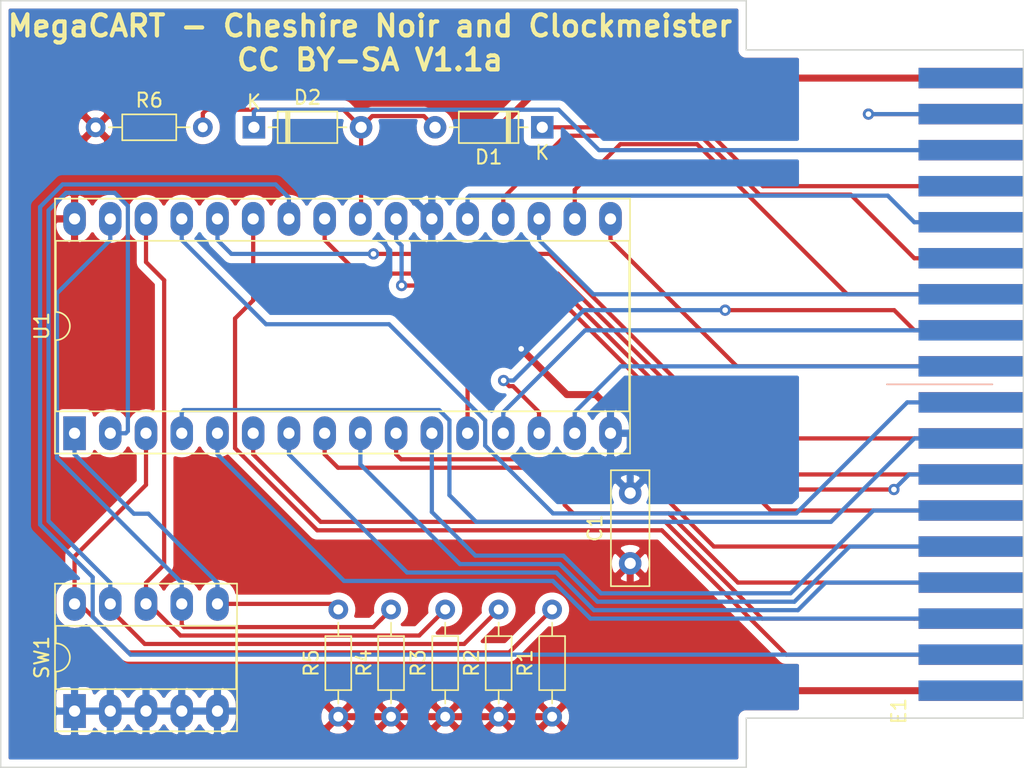
<source format=kicad_pcb>
(kicad_pcb (version 20211014) (generator pcbnew)
  (layers (0 "F.Cu" signal) (31 "B.Cu" signal) (34 "B.Paste" user) (35 "F.Paste" user) (36 "B.SilkS" user "B.Silkscreen") (37 "F.SilkS" user "F.Silkscreen") (38 "B.Mask" user) (39 "F.Mask" user) (44 "Edge.Cuts" user))
  (net 0 "")
  (net 1 "GND")
  (net 2 "+5V")
  (net 3 "Net-(D1-Pad2)")
  (net 4 "Net-(D1-Pad1)")
  (net 5 "Net-(D2-Pad1)")
  (net 6 "Net-(E1-Pad20)")
  (net 7 "Net-(E1-Pad26)")
  (net 8 "Net-(E1-Pad14)")
  (net 9 "Net-(E1-Pad2)")
  (net 10 "Net-(E1-Pad6)")
  (net 11 "Net-(E1-Pad12)")
  (net 12 "Net-(E1-Pad18)")
  (net 13 "Net-(E1-Pad24)")
  (net 14 "Net-(E1-Pad8)")
  (net 15 "Net-(E1-Pad30)")
  (net 16 "Net-(E1-Pad36)")
  (net 17 "Net-(E1-Pad28)")
  (net 18 "Net-(E1-Pad33)")
  (net 19 "Net-(E1-Pad16)")
  (net 20 "Net-(E1-Pad10)")
  (net 21 "Net-(E1-Pad4)")
  (net 22 "Net-(E1-Pad22)")
  (net 23 "Net-(E1-Pad31)")
  (net 24 "Net-(E1-Pad27)")
  (net 25 "Net-(E1-Pad25)")
  (net 26 "Net-(E1-Pad23)")
  (net 27 "Net-(E1-Pad21)")
  (net 28 "Net-(E1-Pad19)")
  (net 29 "Net-(E1-Pad17)")
  (net 30 "Net-(E1-Pad15)")
  (net 31 "Net-(E1-Pad13)")
  (net 32 "Net-(E1-Pad11)")
  (net 33 "Net-(E1-Pad9)")
  (net 34 "Net-(E1-Pad7)")
  (net 35 "Net-(E1-Pad5)")
  (net 36 "Net-(E1-Pad3)")
  (net 37 "Net-(R1-Pad2)")
  (net 38 "Net-(R2-Pad2)")
  (net 39 "Net-(R3-Pad2)")
  (net 40 "Net-(R4-Pad2)")
  (net 41 "Net-(R5-Pad2)")
  (footprint "Diode_THT:D_DO-35_SOD27_P7.62mm_Horizontal" (layer "F.Cu") (at 115.5 80.5)
    (fp_text reference "D2" (at 3.81 -2.12) (layer "F.SilkS"))
    (fp_text value "1N4148")
    (fp_text user "K" (at 0 -1.8) (layer "F.SilkS"))
    (fp_line (start 2.41 -1.12) (end 2.41 1.12) (layer "F.SilkS") (width 0.12))
    (fp_line (start 5.93 1.12) (end 5.93 -1.12) (layer "F.SilkS") (width 0.12))
    (fp_line (start 5.93 -1.12) (end 1.69 -1.12) (layer "F.SilkS") (width 0.12))
    (fp_line (start 1.69 1.12) (end 5.93 1.12) (layer "F.SilkS") (width 0.12))
    (fp_line (start 1.04 0) (end 1.69 0) (layer "F.SilkS") (width 0.12))
    (fp_line (start 6.58 0) (end 5.93 0) (layer "F.SilkS") (width 0.12))
    (fp_line (start 2.53 -1.12) (end 2.53 1.12) (layer "F.SilkS") (width 0.12))
    (fp_line (start 2.29 -1.12) (end 2.29 1.12) (layer "F.SilkS") (width 0.12))
    (fp_line (start 1.69 -1.12) (end 1.69 1.12) (layer "F.SilkS") (width 0.12))
    (pad "1" thru_hole rect locked (at 0 0) (size 1.6 1.6) (drill 0.8) (layers *.Cu *.Mask) (net 5 "Net-(D2-Pad1)"))
    (pad "2" thru_hole oval locked (at 7.62 0) (size 1.6 1.6) (drill 0.8) (layers *.Cu *.Mask) (net 3 "Net-(D1-Pad2)"))
  )
  (footprint "WizzardCart:36Edge" (layer "F.Cu") (at 160.5 120.55 90)
    (fp_text reference "E1" (at -1.45 0.85 90) (layer "F.SilkS"))
    (fp_text value "36Edge")
    (pad "1" connect rect locked (at 0 6 90) (size 1.45 7.5) (layers "F.Cu" "F.Mask") (net 2 "+5V"))
    (pad "2" connect rect locked (at 0 6 90) (size 1.45 7.5) (layers "B.Cu" "B.Mask") (net 9 "Net-(E1-Pad2)"))
    (pad "3" connect rect locked (at 2.561764 6 90) (size 1.45 7.5) (layers "F.Cu" "F.Mask") (net 36 "Net-(E1-Pad3)"))
    (pad "4" connect rect locked (at 2.561764 6 90) (size 1.45 7.5) (layers "B.Cu" "B.Mask") (net 21 "Net-(E1-Pad4)"))
    (pad "5" connect rect locked (at 5.123528 6 90) (size 1.45 7.5) (layers "F.Cu" "F.Mask") (net 35 "Net-(E1-Pad5)"))
    (pad "6" connect rect locked (at 5.123528 6 90) (size 1.45 7.5) (layers "B.Cu" "B.Mask") (net 10 "Net-(E1-Pad6)"))
    (pad "7" connect rect locked (at 7.685292 6 90) (size 1.45 7.5) (layers "F.Cu" "F.Mask") (net 34 "Net-(E1-Pad7)"))
    (pad "8" connect rect locked (at 7.685292 6 90) (size 1.45 7.5) (layers "B.Cu" "B.Mask") (net 14 "Net-(E1-Pad8)"))
    (pad "9" connect rect locked (at 10.247056 6 90) (size 1.45 7.5) (layers "F.Cu" "F.Mask") (net 33 "Net-(E1-Pad9)"))
    (pad "10" connect rect locked (at 10.247056 6 90) (size 1.45 7.5) (layers "B.Cu" "B.Mask") (net 20 "Net-(E1-Pad10)"))
    (pad "11" connect rect locked (at 12.80882 6 90) (size 1.45 7.5) (layers "F.Cu" "F.Mask") (net 32 "Net-(E1-Pad11)"))
    (pad "12" connect rect locked (at 12.80882 6 90) (size 1.45 7.5) (layers "B.Cu" "B.Mask") (net 11 "Net-(E1-Pad12)"))
    (pad "13" connect rect locked (at 15.370584 6 90) (size 1.45 7.5) (layers "F.Cu" "F.Mask") (net 31 "Net-(E1-Pad13)"))
    (pad "14" connect rect locked (at 15.370584 6 90) (size 1.45 7.5) (layers "B.Cu" "B.Mask") (net 8 "Net-(E1-Pad14)"))
    (pad "15" connect rect locked (at 17.932348 6 90) (size 1.45 7.5) (layers "F.Cu" "F.Mask") (net 30 "Net-(E1-Pad15)"))
    (pad "16" connect rect locked (at 17.932348 6 90) (size 1.45 7.5) (layers "B.Cu" "B.Mask") (net 19 "Net-(E1-Pad16)"))
    (pad "17" connect rect locked (at 20.494112 6 90) (size 1.45 7.5) (layers "F.Cu" "F.Mask") (net 29 "Net-(E1-Pad17)"))
    (pad "18" connect rect locked (at 20.494112 6 90) (size 1.45 7.5) (layers "B.Cu" "B.Mask") (net 12 "Net-(E1-Pad18)"))
    (pad "19" connect rect locked (at 23.055876 6 90) (size 1.45 7.5) (layers "F.Cu" "F.Mask") (net 28 "Net-(E1-Pad19)"))
    (pad "20" connect rect locked (at 23.055876 6 90) (size 1.45 7.5) (layers "B.Cu" "B.Mask") (net 6 "Net-(E1-Pad20)"))
    (pad "21" connect rect locked (at 25.61764 6 90) (size 1.45 7.5) (layers "F.Cu" "F.Mask") (net 27 "Net-(E1-Pad21)"))
    (pad "22" connect rect locked (at 25.61764 6 90) (size 1.45 7.5) (layers "B.Cu" "B.Mask") (net 22 "Net-(E1-Pad22)"))
    (pad "23" connect rect locked (at 28.179404 6 90) (size 1.45 7.5) (layers "F.Cu" "F.Mask") (net 26 "Net-(E1-Pad23)"))
    (pad "24" connect rect locked (at 28.179404 6 90) (size 1.45 7.5) (layers "B.Cu" "B.Mask") (net 13 "Net-(E1-Pad24)"))
    (pad "25" connect rect locked (at 30.741168 6 90) (size 1.45 7.5) (layers "F.Cu" "F.Mask") (net 25 "Net-(E1-Pad25)"))
    (pad "26" connect rect locked (at 30.741168 6 90) (size 1.45 7.5) (layers "B.Cu" "B.Mask") (net 7 "Net-(E1-Pad26)"))
    (pad "27" connect rect locked (at 33.302932 6 90) (size 1.45 7.5) (layers "F.Cu" "F.Mask") (net 24 "Net-(E1-Pad27)"))
    (pad "28" connect rect locked (at 33.302932 6 90) (size 1.45 7.5) (layers "B.Cu" "B.Mask") (net 17 "Net-(E1-Pad28)"))
    (pad "29" connect rect locked (at 35.864696 6 90) (size 1.45 7.5) (layers "F.Cu" "F.Mask") (net 4 "Net-(D1-Pad1)"))
    (pad "30" connect rect locked (at 35.864696 6 90) (size 1.45 7.5) (layers "B.Cu" "B.Mask") (net 15 "Net-(E1-Pad30)"))
    (pad "31" connect rect locked (at 38.42646 6 90) (size 1.45 7.5) (layers "F.Cu" "F.Mask") (net 23 "Net-(E1-Pad31)"))
    (pad "32" connect rect locked (at 38.42646 6 90) (size 1.45 7.5) (layers "B.Cu" "B.Mask") (net 5 "Net-(D2-Pad1)"))
    (pad "33" connect rect locked (at 40.988224 6 90) (size 1.45 7.5) (layers "F.Cu" "F.Mask") (net 18 "Net-(E1-Pad33)"))
    (pad "34" connect rect locked (at 40.988224 6 90) (size 1.45 7.5) (layers "B.Cu" "B.Mask") (net 18 "Net-(E1-Pad33)"))
    (pad "35" connect rect locked (at 43.55 6 90) (size 1.45 7.5) (layers "F.Cu" "F.Mask") (net 1 "GND"))
    (pad "36" connect rect locked (at 43.55 6 90) (size 1.45 7.5) (layers "B.Cu" "B.Mask") (net 16 "Net-(E1-Pad36)"))
  )
  (footprint "Resistor_THT:R_Axial_DIN0204_L3.6mm_D1.6mm_P7.62mm_Horizontal" (layer "F.Cu") (at 136.7 122.4 90)
    (fp_text reference "R1" (at 3.81 -1.92 90) (layer "F.SilkS"))
    (fp_text value "4.7k")
    (fp_line (start 6.68 0) (end 5.73 0) (layer "F.SilkS") (width 0.12))
    (fp_line (start 1.89 0.92) (end 5.73 0.92) (layer "F.SilkS") (width 0.12))
    (fp_line (start 1.89 -0.92) (end 1.89 0.92) (layer "F.SilkS") (width 0.12))
    (fp_line (start 5.73 -0.92) (end 1.89 -0.92) (layer "F.SilkS") (width 0.12))
    (fp_line (start 5.73 0.92) (end 5.73 -0.92) (layer "F.SilkS") (width 0.12))
    (fp_line (start 0.94 0) (end 1.89 0) (layer "F.SilkS") (width 0.12))
    (pad "1" thru_hole circle locked (at 0 0 90) (size 1.4 1.4) (drill 0.7) (layers *.Cu *.Mask) (net 2 "+5V"))
    (pad "2" thru_hole oval locked (at 7.62 0 90) (size 1.4 1.4) (drill 0.7) (layers *.Cu *.Mask) (net 37 "Net-(R1-Pad2)"))
  )
  (footprint "Resistor_THT:R_Axial_DIN0204_L3.6mm_D1.6mm_P7.62mm_Horizontal" (layer "F.Cu") (at 132.9 122.4 90)
    (fp_text reference "R2" (at 3.81 -1.92 90) (layer "F.SilkS"))
    (fp_text value "4.7k")
    (fp_line (start 5.73 0.92) (end 5.73 -0.92) (layer "F.SilkS") (width 0.12))
    (fp_line (start 1.89 0.92) (end 5.73 0.92) (layer "F.SilkS") (width 0.12))
    (fp_line (start 6.68 0) (end 5.73 0) (layer "F.SilkS") (width 0.12))
    (fp_line (start 0.94 0) (end 1.89 0) (layer "F.SilkS") (width 0.12))
    (fp_line (start 1.89 -0.92) (end 1.89 0.92) (layer "F.SilkS") (width 0.12))
    (fp_line (start 5.73 -0.92) (end 1.89 -0.92) (layer "F.SilkS") (width 0.12))
    (pad "1" thru_hole circle locked (at 0 0 90) (size 1.4 1.4) (drill 0.7) (layers *.Cu *.Mask) (net 2 "+5V"))
    (pad "2" thru_hole oval locked (at 7.62 0 90) (size 1.4 1.4) (drill 0.7) (layers *.Cu *.Mask) (net 38 "Net-(R2-Pad2)"))
  )
  (footprint "Resistor_THT:R_Axial_DIN0204_L3.6mm_D1.6mm_P7.62mm_Horizontal" (layer "F.Cu") (at 129.1 122.4 90)
    (fp_text reference "R3" (at 3.81 -1.92 90) (layer "F.SilkS"))
    (fp_text value "4.7k")
    (fp_line (start 5.73 0.92) (end 5.73 -0.92) (layer "F.SilkS") (width 0.12))
    (fp_line (start 1.89 -0.92) (end 1.89 0.92) (layer "F.SilkS") (width 0.12))
    (fp_line (start 1.89 0.92) (end 5.73 0.92) (layer "F.SilkS") (width 0.12))
    (fp_line (start 0.94 0) (end 1.89 0) (layer "F.SilkS") (width 0.12))
    (fp_line (start 6.68 0) (end 5.73 0) (layer "F.SilkS") (width 0.12))
    (fp_line (start 5.73 -0.92) (end 1.89 -0.92) (layer "F.SilkS") (width 0.12))
    (pad "1" thru_hole circle locked (at 0 0 90) (size 1.4 1.4) (drill 0.7) (layers *.Cu *.Mask) (net 2 "+5V"))
    (pad "2" thru_hole oval locked (at 7.62 0 90) (size 1.4 1.4) (drill 0.7) (layers *.Cu *.Mask) (net 39 "Net-(R3-Pad2)"))
  )
  (footprint "Resistor_THT:R_Axial_DIN0204_L3.6mm_D1.6mm_P7.62mm_Horizontal" (layer "F.Cu") (at 121.5 122.4 90)
    (fp_text reference "R5" (at 3.81 -1.92 90) (layer "F.SilkS"))
    (fp_text value "4.7k")
    (fp_line (start 1.89 -0.92) (end 1.89 0.92) (layer "F.SilkS") (width 0.12))
    (fp_line (start 5.73 0.92) (end 5.73 -0.92) (layer "F.SilkS") (width 0.12))
    (fp_line (start 1.89 0.92) (end 5.73 0.92) (layer "F.SilkS") (width 0.12))
    (fp_line (start 0.94 0) (end 1.89 0) (layer "F.SilkS") (width 0.12))
    (fp_line (start 6.68 0) (end 5.73 0) (layer "F.SilkS") (width 0.12))
    (fp_line (start 5.73 -0.92) (end 1.89 -0.92) (layer "F.SilkS") (width 0.12))
    (pad "1" thru_hole circle locked (at 0 0 90) (size 1.4 1.4) (drill 0.7) (layers *.Cu *.Mask) (net 2 "+5V"))
    (pad "2" thru_hole oval locked (at 7.62 0 90) (size 1.4 1.4) (drill 0.7) (layers *.Cu *.Mask) (net 41 "Net-(R5-Pad2)"))
  )
  (footprint "Package_DIP:DIP-32_W15.24mm_Socket_LongPads" (layer "F.Cu") (at 102.75 102.25 90)
    (fp_text reference "U1" (at 7.62 -2.33 270) (layer "F.SilkS"))
    (fp_text value "27C801")
    (fp_line (start 1.56 39.43) (end 13.68 39.43) (layer "F.SilkS") (width 0.12))
    (fp_line (start -1.44 -1.39) (end -1.44 39.49) (layer "F.SilkS") (width 0.12))
    (fp_line (start 16.68 -1.39) (end -1.44 -1.39) (layer "F.SilkS") (width 0.12))
    (fp_line (start 1.56 -1.33) (end 1.56 39.43) (layer "F.SilkS") (width 0.12))
    (fp_line (start 16.68 39.49) (end 16.68 -1.39) (layer "F.SilkS") (width 0.12))
    (fp_line (start 6.62 -1.33) (end 1.56 -1.33) (layer "F.SilkS") (width 0.12))
    (fp_line (start -1.44 39.49) (end 16.68 39.49) (layer "F.SilkS") (width 0.12))
    (fp_line (start 13.68 39.43) (end 13.68 -1.33) (layer "F.SilkS") (width 0.12))
    (fp_line (start 13.68 -1.33) (end 8.62 -1.33) (layer "F.SilkS") (width 0.12))
    (fp_arc (start 8.62 -1.33) (mid 7.62 -0.33) (end 6.62 -1.33) (layer "F.SilkS") (width 0.12))
    (pad "1" thru_hole rect locked (at 0 0 90) (size 2.4 1.6) (drill 0.8) (layers *.Cu *.Mask) (net 41 "Net-(R5-Pad2)"))
    (pad "2" thru_hole oval locked (at 0 2.54 90) (size 2.4 1.6) (drill 0.8) (layers *.Cu *.Mask) (net 38 "Net-(R2-Pad2)"))
    (pad "3" thru_hole oval locked (at 0 5.08 90) (size 2.4 1.6) (drill 0.8) (layers *.Cu *.Mask) (net 37 "Net-(R1-Pad2)"))
    (pad "4" thru_hole oval locked (at 0 7.62 90) (size 2.4 1.6) (drill 0.8) (layers *.Cu *.Mask) (net 19 "Net-(E1-Pad16)"))
    (pad "5" thru_hole oval locked (at 0 10.16 90) (size 2.4 1.6) (drill 0.8) (layers *.Cu *.Mask) (net 10 "Net-(E1-Pad6)"))
    (pad "6" thru_hole oval locked (at 0 12.7 90) (size 2.4 1.6) (drill 0.8) (layers *.Cu *.Mask) (net 35 "Net-(E1-Pad5)"))
    (pad "7" thru_hole oval locked (at 0 15.24 90) (size 2.4 1.6) (drill 0.8) (layers *.Cu *.Mask) (net 14 "Net-(E1-Pad8)"))
    (pad "8" thru_hole oval locked (at 0 17.78 90) (size 2.4 1.6) (drill 0.8) (layers *.Cu *.Mask) (net 34 "Net-(E1-Pad7)"))
    (pad "9" thru_hole oval locked (at 0 20.32 90) (size 2.4 1.6) (drill 0.8) (layers *.Cu *.Mask) (net 20 "Net-(E1-Pad10)"))
    (pad "10" thru_hole oval locked (at 0 22.86 90) (size 2.4 1.6) (drill 0.8) (layers *.Cu *.Mask) (net 33 "Net-(E1-Pad9)"))
    (pad "11" thru_hole oval locked (at 0 25.4 90) (size 2.4 1.6) (drill 0.8) (layers *.Cu *.Mask) (net 11 "Net-(E1-Pad12)"))
    (pad "12" thru_hole oval locked (at 0 27.94 90) (size 2.4 1.6) (drill 0.8) (layers *.Cu *.Mask) (net 32 "Net-(E1-Pad11)"))
    (pad "13" thru_hole oval locked (at 0 30.48 90) (size 2.4 1.6) (drill 0.8) (layers *.Cu *.Mask) (net 22 "Net-(E1-Pad22)"))
    (pad "14" thru_hole oval locked (at 0 33.02 90) (size 2.4 1.6) (drill 0.8) (layers *.Cu *.Mask) (net 27 "Net-(E1-Pad21)"))
    (pad "15" thru_hole oval locked (at 0 35.56 90) (size 2.4 1.6) (drill 0.8) (layers *.Cu *.Mask) (net 6 "Net-(E1-Pad20)"))
    (pad "16" thru_hole oval locked (at 0 38.1 90) (size 2.4 1.6) (drill 0.8) (layers *.Cu *.Mask) (net 1 "GND"))
    (pad "17" thru_hole oval locked (at 15.24 38.1 90) (size 2.4 1.6) (drill 0.8) (layers *.Cu *.Mask) (net 28 "Net-(E1-Pad19)"))
    (pad "18" thru_hole oval locked (at 15.24 35.56 90) (size 2.4 1.6) (drill 0.8) (layers *.Cu *.Mask) (net 26 "Net-(E1-Pad23)"))
    (pad "19" thru_hole oval locked (at 15.24 33.02 90) (size 2.4 1.6) (drill 0.8) (layers *.Cu *.Mask) (net 13 "Net-(E1-Pad24)"))
    (pad "20" thru_hole oval locked (at 15.24 30.48 90) (size 2.4 1.6) (drill 0.8) (layers *.Cu *.Mask) (net 25 "Net-(E1-Pad25)"))
    (pad "21" thru_hole oval locked (at 15.24 27.94 90) (size 2.4 1.6) (drill 0.8) (layers *.Cu *.Mask) (net 17 "Net-(E1-Pad28)"))
    (pad "22" thru_hole oval locked (at 15.24 25.4 90) (size 2.4 1.6) (drill 0.8) (layers *.Cu *.Mask) (net 1 "GND"))
    (pad "23" thru_hole oval locked (at 15.24 22.86 90) (size 2.4 1.6) (drill 0.8) (layers *.Cu *.Mask) (net 8 "Net-(E1-Pad14)"))
    (pad "24" thru_hole oval locked (at 15.24 20.32 90) (size 2.4 1.6) (drill 0.8) (layers *.Cu *.Mask) (net 3 "Net-(D1-Pad2)"))
    (pad "25" thru_hole oval locked (at 15.24 17.78 90) (size 2.4 1.6) (drill 0.8) (layers *.Cu *.Mask) (net 31 "Net-(E1-Pad13)"))
    (pad "26" thru_hole oval locked (at 15.24 15.24 90) (size 2.4 1.6) (drill 0.8) (layers *.Cu *.Mask) (net 21 "Net-(E1-Pad4)"))
    (pad "27" thru_hole oval locked (at 15.24 12.7 90) (size 2.4 1.6) (drill 0.8) (layers *.Cu *.Mask) (net 36 "Net-(E1-Pad3)"))
    (pad "28" thru_hole oval locked (at 15.24 10.16 90) (size 2.4 1.6) (drill 0.8) (layers *.Cu *.Mask) (net 30 "Net-(E1-Pad15)"))
    (pad "29" thru_hole oval locked (at 15.24 7.62 90) (size 2.4 1.6) (drill 0.8) (layers *.Cu *.Mask) (net 12 "Net-(E1-Pad18)"))
    (pad "30" thru_hole oval locked (at 15.24 5.08 90) (size 2.4 1.6) (drill 0.8) (layers *.Cu *.Mask) (net 39 "Net-(R3-Pad2)"))
    (pad "31" thru_hole oval locked (at 15.24 2.54 90) (size 2.4 1.6) (drill 0.8) (layers *.Cu *.Mask) (net 40 "Net-(R4-Pad2)"))
    (pad "32" thru_hole oval locked (at 15.24 0 90) (size 2.4 1.6) (drill 0.8) (layers *.Cu *.Mask) (net 2 "+5V"))
  )
  (footprint "Package_DIP:DIP-10_W7.62mm_Socket_LongPads" (layer "F.Cu") (at 102.75 122 90)
    (fp_text reference "SW1" (at 3.81 -2.33 90) (layer "F.SilkS"))
    (fp_text value "SW_DIP_x05")
    (fp_line (start 2.81 -1.33) (end 1.56 -1.33) (layer "F.SilkS") (width 0.12))
    (fp_line (start 6.06 11.49) (end 6.06 -1.33) (layer "F.SilkS") (width 0.12))
    (fp_line (start 6.06 -1.33) (end 4.81 -1.33) (layer "F.SilkS") (width 0.12))
    (fp_line (start -1.44 11.55) (end 9.06 11.55) (layer "F.SilkS") (width 0.12))
    (fp_line (start 1.56 11.49) (end 6.06 11.49) (layer "F.SilkS") (width 0.12))
    (fp_line (start 9.06 11.55) (end 9.06 -1.39) (layer "F.SilkS") (width 0.12))
    (fp_line (start -1.44 -1.39) (end -1.44 11.55) (layer "F.SilkS") (width 0.12))
    (fp_line (start 1.56 -1.33) (end 1.56 11.49) (layer "F.SilkS") (width 0.12))
    (fp_line (start 9.06 -1.39) (end -1.44 -1.39) (layer "F.SilkS") (width 0.12))
    (fp_arc (start 4.81 -1.33) (mid 3.81 -0.33) (end 2.81 -1.33) (layer "F.SilkS") (width 0.12))
    (pad "1" thru_hole rect locked (at 0 0 90) (size 2.4 1.6) (drill 0.8) (layers *.Cu *.Mask) (net 1 "GND"))
    (pad "2" thru_hole oval locked (at 0 2.54 90) (size 2.4 1.6) (drill 0.8) (layers *.Cu *.Mask) (net 1 "GND"))
    (pad "3" thru_hole oval locked (at 0 5.08 90) (size 2.4 1.6) (drill 0.8) (layers *.Cu *.Mask) (net 1 "GND"))
    (pad "4" thru_hole oval locked (at 0 7.62 90) (size 2.4 1.6) (drill 0.8) (layers *.Cu *.Mask) (net 1 "GND"))
    (pad "5" thru_hole oval locked (at 0 10.16 90) (size 2.4 1.6) (drill 0.8) (layers *.Cu *.Mask) (net 1 "GND"))
    (pad "6" thru_hole oval locked (at 7.62 10.16 90) (size 2.4 1.6) (drill 0.8) (layers *.Cu *.Mask) (net 41 "Net-(R5-Pad2)"))
    (pad "7" thru_hole oval locked (at 7.62 7.62 90) (size 2.4 1.6) (drill 0.8) (layers *.Cu *.Mask) (net 40 "Net-(R4-Pad2)"))
    (pad "8" thru_hole oval locked (at 7.62 5.08 90) (size 2.4 1.6) (drill 0.8) (layers *.Cu *.Mask) (net 39 "Net-(R3-Pad2)"))
    (pad "9" thru_hole oval locked (at 7.62 2.54 90) (size 2.4 1.6) (drill 0.8) (layers *.Cu *.Mask) (net 38 "Net-(R2-Pad2)"))
    (pad "10" thru_hole oval locked (at 7.62 0 90) (size 2.4 1.6) (drill 0.8) (layers *.Cu *.Mask) (net 37 "Net-(R1-Pad2)"))
  )
  (footprint "Capacitor_THT:C_Disc_D8.0mm_W2.5mm_P5.00mm" (layer "F.Cu") (at 142.25 111.5 90)
    (fp_text reference "C1" (at 2.5 -2.5 90) (layer "F.SilkS"))
    (fp_text value "0.1uF")
    (fp_line (start -1.62 1.37) (end 6.62 1.37) (layer "F.SilkS") (width 0.12))
    (fp_line (start 6.62 -1.37) (end 6.62 1.37) (layer "F.SilkS") (width 0.12))
    (fp_line (start -1.62 -1.37) (end -1.62 1.37) (layer "F.SilkS") (width 0.12))
    (fp_line (start -1.62 -1.37) (end 6.62 -1.37) (layer "F.SilkS") (width 0.12))
    (pad "1" thru_hole circle locked (at 0 0 90) (size 1.6 1.6) (drill 0.8) (layers *.Cu *.Mask) (net 2 "+5V"))
    (pad "2" thru_hole circle locked (at 5 0 90) (size 1.6 1.6) (drill 0.8) (layers *.Cu *.Mask) (net 1 "GND"))
  )
  (footprint "Resistor_THT:R_Axial_DIN0204_L3.6mm_D1.6mm_P7.62mm_Horizontal" (layer "F.Cu") (at 125.25 122.4 90)
    (fp_text reference "R4" (at 3.81 -1.92 90) (layer "F.SilkS"))
    (fp_text value "4.7k")
    (fp_line (start 1.89 -0.92) (end 1.89 0.92) (layer "F.SilkS") (width 0.12))
    (fp_line (start 6.68 0) (end 5.73 0) (layer "F.SilkS") (width 0.12))
    (fp_line (start 5.73 -0.92) (end 1.89 -0.92) (layer "F.SilkS") (width 0.12))
    (fp_line (start 1.89 0.92) (end 5.73 0.92) (layer "F.SilkS") (width 0.12))
    (fp_line (start 5.73 0.92) (end 5.73 -0.92) (layer "F.SilkS") (width 0.12))
    (fp_line (start 0.94 0) (end 1.89 0) (layer "F.SilkS") (width 0.12))
    (pad "1" thru_hole circle locked (at 0 0 90) (size 1.4 1.4) (drill 0.7) (layers *.Cu *.Mask) (net 2 "+5V"))
    (pad "2" thru_hole oval locked (at 7.62 0 90) (size 1.4 1.4) (drill 0.7) (layers *.Cu *.Mask) (net 40 "Net-(R4-Pad2)"))
  )
  (footprint "Diode_THT:D_DO-35_SOD27_P7.62mm_Horizontal" (layer "F.Cu") (at 136 80.5 180)
    (fp_text reference "D1" (at 3.81 -2.12) (layer "F.SilkS"))
    (fp_text value "1N4148")
    (fp_text user "K" (at 0 -1.8) (layer "F.SilkS"))
    (fp_line (start 2.41 -1.12) (end 2.41 1.12) (layer "F.SilkS") (width 0.12))
    (fp_line (start 2.29 -1.12) (end 2.29 1.12) (layer "F.SilkS") (width 0.12))
    (fp_line (start 6.58 0) (end 5.93 0) (layer "F.SilkS") (width 0.12))
    (fp_line (start 5.93 -1.12) (end 1.69 -1.12) (layer "F.SilkS") (width 0.12))
    (fp_line (start 2.53 -1.12) (end 2.53 1.12) (layer "F.SilkS") (width 0.12))
    (fp_line (start 5.93 1.12) (end 5.93 -1.12) (layer "F.SilkS") (width 0.12))
    (fp_line (start 1.69 1.12) (end 5.93 1.12) (layer "F.SilkS") (width 0.12))
    (fp_line (start 1.04 0) (end 1.69 0) (layer "F.SilkS") (width 0.12))
    (fp_line (start 1.69 -1.12) (end 1.69 1.12) (layer "F.SilkS") (width 0.12))
    (pad "1" thru_hole rect locked (at 0 0 180) (size 1.6 1.6) (drill 0.8) (layers *.Cu *.Mask) (net 4 "Net-(D1-Pad1)"))
    (pad "2" thru_hole oval locked (at 7.62 0 180) (size 1.6 1.6) (drill 0.8) (layers *.Cu *.Mask) (net 3 "Net-(D1-Pad2)"))
  )
  (footprint "Resistor_THT:R_Axial_DIN0204_L3.6mm_D1.6mm_P7.62mm_Horizontal" (layer "F.Cu") (at 104.25 80.5)
    (fp_text reference "R6" (at 3.81 -1.92) (layer "F.SilkS"))
    (fp_text value "4.7k")
    (fp_line (start 5.73 0.92) (end 5.73 -0.92) (layer "F.SilkS") (width 0.12))
    (fp_line (start 1.89 -0.92) (end 1.89 0.92) (layer "F.SilkS") (width 0.12))
    (fp_line (start 5.73 -0.92) (end 1.89 -0.92) (layer "F.SilkS") (width 0.12))
    (fp_line (start 0.94 0) (end 1.89 0) (layer "F.SilkS") (width 0.12))
    (fp_line (start 6.68 0) (end 5.73 0) (layer "F.SilkS") (width 0.12))
    (fp_line (start 1.89 0.92) (end 5.73 0.92) (layer "F.SilkS") (width 0.12))
    (pad "1" thru_hole circle locked (at 0 0) (size 1.4 1.4) (drill 0.7) (layers *.Cu *.Mask) (net 2 "+5V"))
    (pad "2" thru_hole oval locked (at 7.62 0) (size 1.4 1.4) (drill 0.7) (layers *.Cu *.Mask) (net 3 "Net-(D1-Pad2)"))
  )
  (gr_line (start 160.5 98.775) (end 168 98.775) (layer "B.SilkS") (width 0.12))
  (gr_line (start 170.2 122.5) (end 150.5 122.5) (layer "Edge.Cuts") (width 0.1))
  (gr_line (start 150.5 122.5) (end 150.5 126) (layer "Edge.Cuts") (width 0.1))
  (gr_line (start 97.5 126) (end 97.5 71.5) (layer "Edge.Cuts") (width 0.1))
  (gr_line (start 170.2 75) (end 170.2 122.5) (layer "Edge.Cuts") (width 0.1))
  (gr_line (start 150.5 75) (end 170.2 75) (layer "Edge.Cuts") (width 0.1))
  (gr_line (start 97.5 71.5) (end 150.5 71.5) (layer "Edge.Cuts") (width 0.1))
  (gr_line (start 150.5 71.5) (end 150.5 75) (layer "Edge.Cuts") (width 0.1))
  (gr_line (start 150.5 126) (end 97.5 126) (layer "Edge.Cuts") (width 0.1))
  (gr_text "MegaCART - Cheshire Noir and Clockmeister\nCC BY-SA V1.1a" (at 123.75 74.5) (layer "F.SilkS") (effects (font (size 1.5 1.5) (thickness 0.3))))
  (segment (start 134.5 96.25) (end 137.75 99.5) (width 0.5) (layer "F.Cu") (net 1))
  (segment (start 140.85 100.55) (end 140.85 102.25) (width 0.5) (layer "F.Cu") (net 1))
  (segment (start 128.15 85.31) (end 128.15 87.01) (width 0.5) (layer "F.Cu") (net 1))
  (segment (start 137.75 99.5) (end 139.8 99.5) (width 0.5) (layer "F.Cu") (net 1))
  (segment (start 139.8 99.5) (end 140.85 100.55) (width 0.5) (layer "F.Cu") (net 1))
  (segment (start 136.46 77) (end 128.15 85.31) (width 0.5) (layer "F.Cu") (net 1))
  (segment (start 166.5 77) (end 136.46 77) (width 0.5) (layer "F.Cu") (net 1))
  (via (at 134.5 96.25) (size 1) (drill 0.4) (layers "F.Cu" "B.Cu") (net 1))
  (segment (start 105.29 122) (end 107.83 122) (width 0.5) (layer "B.Cu") (net 1))
  (segment (start 128.15 89.9) (end 134.5 96.25) (width 0.5) (layer "B.Cu") (net 1))
  (segment (start 112.91 122) (end 110.37 122) (width 0.5) (layer "B.Cu") (net 1))
  (segment (start 128.15 87.01) (end 128.15 86.957955) (width 0.5) (layer "B.Cu") (net 1))
  (segment (start 128.15 87.01) (end 128.15 89.9) (width 0.5) (layer "B.Cu") (net 1))
  (segment (start 142.25 102.35) (end 142.25 105.36863) (width 0.5) (layer "B.Cu") (net 1))
  (segment (start 142.25 105.36863) (end 142.25 106.5) (width 0.5) (layer "B.Cu") (net 1))
  (segment (start 128.15 86.957955) (end 123.242046 82.050001) (width 0.5) (layer "B.Cu") (net 1))
  (segment (start 102.75 122) (end 105.29 122) (width 0.5) (layer "B.Cu") (net 1))
  (segment (start 142.15 102.25) (end 142.25 102.35) (width 0.5) (layer "B.Cu") (net 1))
  (segment (start 101.45 122) (end 102.75 122) (width 0.5) (layer "B.Cu") (net 1))
  (segment (start 103.13803 82.050001) (end 99.399971 85.78806) (width 0.5) (layer "B.Cu") (net 1))
  (segment (start 123.242046 82.050001) (end 103.13803 82.050001) (width 0.5) (layer "B.Cu") (net 1))
  (segment (start 107.83 122) (end 110.37 122) (width 0.5) (layer "B.Cu") (net 1))
  (segment (start 140.85 102.25) (end 142.15 102.25) (width 0.5) (layer "B.Cu") (net 1))
  (segment (start 99.399971 119.949971) (end 101.45 122) (width 0.5) (layer "B.Cu") (net 1))
  (segment (start 99.399971 85.78806) (end 99.399971 119.949971) (width 0.5) (layer "B.Cu") (net 1))
  (segment (start 105.827945 120.04999) (end 101.19999 115.422035) (width 0.5) (layer "F.Cu") (net 2))
  (segment (start 125.25 122.4) (end 121.5 122.4) (width 0.5) (layer "F.Cu") (net 2))
  (segment (start 142.25 111.5) (end 142.25 116.85) (width 0.5) (layer "F.Cu") (net 2))
  (segment (start 129.1 122.4) (end 125.25 122.4) (width 0.5) (layer "F.Cu") (net 2))
  (segment (start 102.75 82) (end 104.25 80.5) (width 0.5) (layer "F.Cu") (net 2))
  (segment (start 166.5 120.55) (end 151.3 120.55) (width 0.5) (layer "F.Cu") (net 2))
  (segment (start 142.25 116.85) (end 136.7 122.4) (width 0.5) (layer "F.Cu") (net 2))
  (segment (start 119.14999 120.04999) (end 105.827945 120.04999) (width 0.5) (layer "F.Cu") (net 2))
  (segment (start 101.19999 115.422035) (end 101.19999 87.26001) (width 0.5) (layer "F.Cu") (net 2))
  (segment (start 101.45 87.01) (end 102.75 87.01) (width 0.5) (layer "F.Cu") (net 2))
  (segment (start 121.5 122.4) (end 119.14999 120.04999) (width 0.5) (layer "F.Cu") (net 2))
  (segment (start 132.9 122.4) (end 129.1 122.4) (width 0.5) (layer "F.Cu") (net 2))
  (segment (start 101.19999 87.26001) (end 101.45 87.01) (width 0.5) (layer "F.Cu") (net 2))
  (segment (start 102.75 87.01) (end 102.75 82) (width 0.5) (layer "F.Cu") (net 2))
  (segment (start 136.7 122.4) (end 132.9 122.4) (width 0.5) (layer "F.Cu") (net 2))
  (segment (start 151.3 120.55) (end 142.25 111.5) (width 0.5) (layer "F.Cu") (net 2))
  (segment (start 123.12 80.5) (end 123.12 86.96) (width 0.3) (layer "F.Cu") (net 3))
  (segment (start 123.12 86.96) (end 123.07 87.01) (width 0.3) (layer "F.Cu") (net 3))
  (segment (start 128.38 80.5) (end 127.580001 79.700001) (width 0.3) (layer "F.Cu") (net 3))
  (segment (start 111.87 79.510051) (end 112.130052 79.249999) (width 0.3) (layer "F.Cu") (net 3))
  (segment (start 121.869999 79.249999) (end 122.320001 79.700001) (width 0.3) (layer "F.Cu") (net 3))
  (segment (start 127.580001 79.700001) (end 123.919999 79.700001) (width 0.3) (layer "F.Cu") (net 3))
  (segment (start 122.320001 79.700001) (end 123.12 80.5) (width 0.3) (layer "F.Cu") (net 3))
  (segment (start 112.130052 79.249999) (end 121.869999 79.249999) (width 0.3) (layer "F.Cu") (net 3))
  (segment (start 111.87 80.5) (end 111.87 79.510051) (width 0.3) (layer "F.Cu") (net 3))
  (segment (start 123.919999 79.700001) (end 123.12 80.5) (width 0.3) (layer "F.Cu") (net 3))
  (segment (start 147.5 80.5) (end 136 80.5) (width 0.3) (layer "F.Cu") (net 4))
  (segment (start 166.5 84.685304) (end 151.685304 84.685304) (width 0.3) (layer "F.Cu") (net 4))
  (segment (start 151.685304 84.685304) (end 147.5 80.5) (width 0.3) (layer "F.Cu") (net 4))
  (segment (start 115.5 79.4) (end 115.5 80.5) (width 0.3) (layer "B.Cu") (net 5))
  (segment (start 166.5 82.12354) (end 140.033542 82.12354) (width 0.3) (layer "B.Cu") (net 5))
  (segment (start 137.160001 79.249999) (end 115.650001 79.249999) (width 0.3) (layer "B.Cu") (net 5))
  (segment (start 115.650001 79.249999) (end 115.5 79.4) (width 0.3) (layer "B.Cu") (net 5))
  (segment (start 140.033542 82.12354) (end 137.160001 79.249999) (width 0.3) (layer "B.Cu") (net 5))
  (segment (start 166.5 97.494124) (end 141.565876 97.494124) (width 0.3) (layer "B.Cu") (net 6))
  (segment (start 138.31 100.75) (end 138.31 102.25) (width 0.3) (layer "B.Cu") (net 6))
  (segment (start 141.565876 97.494124) (end 138.31 100.75) (width 0.3) (layer "B.Cu") (net 6))
  (segment (start 128.60001 92.89999) (end 127.45002 91.75) (width 0.3) (layer "F.Cu") (net 8))
  (segment (start 161 106.25) (end 151.598542 106.25) (width 0.3) (layer "F.Cu") (net 8))
  (segment (start 151.598542 106.25) (end 138.248532 92.89999) (width 0.3) (layer "F.Cu") (net 8))
  (segment (start 138.248532 92.89999) (end 128.60001 92.89999) (width 0.3) (layer "F.Cu") (net 8))
  (segment (start 126.565685 91.75) (end 126 91.75) (width 0.3) (layer "F.Cu") (net 8))
  (segment (start 127.45002 91.75) (end 126.565685 91.75) (width 0.3) (layer "F.Cu") (net 8))
  (via (at 161 106.25) (size 0.8) (drill 0.4) (layers "F.Cu" "B.Cu") (net 8))
  (via (at 126 91.75) (size 0.8) (drill 0.4) (layers "F.Cu" "B.Cu") (net 8))
  (segment (start 125.61 88.51) (end 126 88.9) (width 0.3) (layer "B.Cu") (net 8))
  (segment (start 125.61 88.51) (end 125.61 87.01) (width 0.3) (layer "B.Cu") (net 8))
  (segment (start 166.5 105.179416) (end 162.070584 105.179416) (width 0.3) (layer "B.Cu") (net 8))
  (segment (start 126 88.9) (end 126 91.75) (width 0.3) (layer "B.Cu") (net 8))
  (segment (start 162.070584 105.179416) (end 161 106.25) (width 0.3) (layer "B.Cu") (net 8))
  (segment (start 136.75 112.75) (end 121.91 112.75) (width 0.3) (layer "B.Cu") (net 10))
  (segment (start 139.426472 115.426472) (end 136.75 112.75) (width 0.3) (layer "B.Cu") (net 10))
  (segment (start 121.91 112.75) (end 112.91 103.75) (width 0.3) (layer "B.Cu") (net 10))
  (segment (start 166.5 115.426472) (end 139.426472 115.426472) (width 0.3) (layer "B.Cu") (net 10))
  (segment (start 112.91 103.75) (end 112.91 102.25) (width 0.3) (layer "B.Cu") (net 10))
  (segment (start 140.172068 113.626442) (end 137.495596 110.94997) (width 0.3) (layer "B.Cu") (net 11))
  (segment (start 128.15 103.75) (end 128.15 102.25) (width 0.3) (layer "B.Cu") (net 11))
  (segment (start 159.53672 107.74118) (end 153.651458 113.626442) (width 0.3) (layer "B.Cu") (net 11))
  (segment (start 153.651458 113.626442) (end 140.172068 113.626442) (width 0.3) (layer "B.Cu") (net 11))
  (segment (start 128.15 107.84997) (end 128.15 103.75) (width 0.3) (layer "B.Cu") (net 11))
  (segment (start 131.25 110.94997) (end 128.15 107.84997) (width 0.3) (layer "B.Cu") (net 11))
  (segment (start 137.495596 110.94997) (end 131.25 110.94997) (width 0.3) (layer "B.Cu") (net 11))
  (segment (start 166.5 107.74118) (end 159.53672 107.74118) (width 0.3) (layer "B.Cu") (net 11))
  (segment (start 131.94001 103.127791) (end 131.94001 101.332229) (width 0.3) (layer "B.Cu") (net 12))
  (segment (start 136.76222 107.950001) (end 131.94001 103.127791) (width 0.3) (layer "B.Cu") (net 12))
  (segment (start 161.944112 100.055888) (end 154.049999 107.950001) (width 0.3) (layer "B.Cu") (net 12))
  (segment (start 131.94001 101.332229) (end 125.107781 94.5) (width 0.3) (layer "B.Cu") (net 12))
  (segment (start 110.37 88.51) (end 110.37 87.01) (width 0.3) (layer "B.Cu") (net 12))
  (segment (start 166.5 100.055888) (end 161.944112 100.055888) (width 0.3) (layer "B.Cu") (net 12))
  (segment (start 154.049999 107.950001) (end 136.76222 107.950001) (width 0.3) (layer "B.Cu") (net 12))
  (segment (start 125.107781 94.5) (end 116.36 94.5) (width 0.3) (layer "B.Cu") (net 12))
  (segment (start 116.36 94.5) (end 110.37 88.51) (width 0.3) (layer "B.Cu") (net 12))
  (segment (start 166.5 92.370596) (end 139.630596 92.370596) (width 0.3) (layer "B.Cu") (net 13))
  (segment (start 139.630596 92.370596) (end 135.77 88.51) (width 0.3) (layer "B.Cu") (net 13))
  (segment (start 135.77 88.51) (end 135.77 87.01) (width 0.3) (layer "B.Cu") (net 13))
  (segment (start 156.135292 112.864708) (end 154.173538 114.826462) (width 0.3) (layer "B.Cu") (net 14))
  (segment (start 117.99 103.75) (end 117.99 102.25) (width 0.3) (layer "B.Cu") (net 14))
  (segment (start 139.675004 114.826462) (end 136.998532 112.14999) (width 0.3) (layer "B.Cu") (net 14))
  (segment (start 154.173538 114.826462) (end 139.675004 114.826462) (width 0.3) (layer "B.Cu") (net 14))
  (segment (start 166.5 112.864708) (end 156.135292 112.864708) (width 0.3) (layer "B.Cu") (net 14))
  (segment (start 126.38999 112.14999) (end 117.99 103.75) (width 0.3) (layer "B.Cu") (net 14))
  (segment (start 136.998532 112.14999) (end 126.38999 112.14999) (width 0.3) (layer "B.Cu") (net 14))
  (segment (start 162.45 87.247068) (end 160.562922 85.35999) (width 0.3) (layer "B.Cu") (net 17))
  (segment (start 130.84001 85.35999) (end 130.69 85.51) (width 0.3) (layer "B.Cu") (net 17))
  (segment (start 130.69 85.51) (end 130.69 87.01) (width 0.3) (layer "B.Cu") (net 17))
  (segment (start 166.5 87.247068) (end 162.45 87.247068) (width 0.3) (layer "B.Cu") (net 17))
  (segment (start 160.562922 85.35999) (end 130.84001 85.35999) (width 0.3) (layer "B.Cu") (net 17))
  (segment (start 166.5 79.561776) (end 159.188224 79.561776) (width 0.3) (layer "F.Cu") (net 18))
  (via (at 159.188224 79.561776) (size 0.8) (drill 0.4) (layers "F.Cu" "B.Cu") (net 18))
  (segment (start 159.188224 79.561776) (end 166.5 79.561776) (width 0.3) (layer "B.Cu") (net 18))
  (segment (start 156.517641 108.550011) (end 131.300011 108.550011) (width 0.3) (layer "B.Cu") (net 19))
  (segment (start 129.40001 106.65001) (end 129.40001 101.332229) (width 0.3) (layer "B.Cu") (net 19))
  (segment (start 162.45 102.617652) (end 156.517641 108.550011) (width 0.3) (layer "B.Cu") (net 19))
  (segment (start 110.37 100.75) (end 110.37 102.25) (width 0.3) (layer "B.Cu") (net 19))
  (segment (start 166.5 102.617652) (end 162.45 102.617652) (width 0.3) (layer "B.Cu") (net 19))
  (segment (start 128.667771 100.59999) (end 110.52001 100.59999) (width 0.3) (layer "B.Cu") (net 19))
  (segment (start 129.40001 101.332229) (end 128.667771 100.59999) (width 0.3) (layer "B.Cu") (net 19))
  (segment (start 110.52001 100.59999) (end 110.37 100.75) (width 0.3) (layer "B.Cu") (net 19))
  (segment (start 131.300011 108.550011) (end 129.40001 106.65001) (width 0.3) (layer "B.Cu") (net 19))
  (segment (start 123.07 104.46999) (end 123.07 102.25) (width 0.3) (layer "B.Cu") (net 20))
  (segment (start 157.848514 110.302944) (end 153.925006 114.226452) (width 0.3) (layer "B.Cu") (net 20))
  (segment (start 137.247064 111.54998) (end 130.14999 111.54998) (width 0.3) (layer "B.Cu") (net 20))
  (segment (start 130.14999 111.54998) (end 123.07 104.46999) (width 0.3) (layer "B.Cu") (net 20))
  (segment (start 166.5 110.302944) (end 157.848514 110.302944) (width 0.3) (layer "B.Cu") (net 20))
  (segment (start 153.925006 114.226452) (end 139.923536 114.226452) (width 0.3) (layer "B.Cu") (net 20))
  (segment (start 139.923536 114.226452) (end 137.247064 111.54998) (width 0.3) (layer "B.Cu") (net 20))
  (segment (start 166.5 117.988236) (end 106.730455 117.988236) (width 0.3) (layer "B.Cu") (net 21))
  (segment (start 104.03999 112.478532) (end 100.299979 108.738521) (width 0.3) (layer "B.Cu") (net 21))
  (segment (start 106.730455 117.988236) (end 104.03999 115.297771) (width 0.3) (layer "B.Cu") (net 21))
  (segment (start 100.299979 108.738521) (end 100.29998 86.160855) (width 0.3) (layer "B.Cu") (net 21))
  (segment (start 100.29998 86.160855) (end 101.900855 84.55998) (width 0.3) (layer "B.Cu") (net 21))
  (segment (start 101.900855 84.55998) (end 117.03998 84.55998) (width 0.3) (layer "B.Cu") (net 21))
  (segment (start 117.03998 84.55998) (end 117.99 85.51) (width 0.3) (layer "B.Cu") (net 21))
  (segment (start 117.99 85.51) (end 117.99 87.01) (width 0.3) (layer "B.Cu") (net 21))
  (segment (start 104.03999 115.297771) (end 104.03999 112.478532) (width 0.3) (layer "B.Cu") (net 21))
  (segment (start 166.5 94.93236) (end 139.04764 94.93236) (width 0.3) (layer "B.Cu") (net 22))
  (segment (start 133.23 100.75) (end 133.23 102.25) (width 0.3) (layer "B.Cu") (net 22))
  (segment (start 139.04764 94.93236) (end 133.23 100.75) (width 0.3) (layer "B.Cu") (net 22))
  (segment (start 133.23 85.51) (end 133.23 87.01) (width 0.3) (layer "F.Cu") (net 25))
  (segment (start 151.436771 85.285313) (end 147.251468 81.10001) (width 0.3) (layer "F.Cu") (net 25))
  (segment (start 157.926482 85.285314) (end 151.436771 85.285313) (width 0.3) (layer "F.Cu") (net 25))
  (segment (start 137.63999 81.10001) (end 133.23 85.51) (width 0.3) (layer "F.Cu") (net 25))
  (segment (start 147.251468 81.10001) (end 137.63999 81.10001) (width 0.3) (layer "F.Cu") (net 25))
  (segment (start 162.45 89.808832) (end 157.926482 85.285314) (width 0.3) (layer "F.Cu") (net 25))
  (segment (start 166.5 89.808832) (end 162.45 89.808832) (width 0.3) (layer "F.Cu") (net 25))
  (segment (start 141.54998 81.70002) (end 138.31 84.94) (width 0.3) (layer "F.Cu") (net 26))
  (segment (start 147.002936 81.70002) (end 141.54998 81.70002) (width 0.3) (layer "F.Cu") (net 26))
  (segment (start 157.673512 92.370596) (end 147.002936 81.70002) (width 0.3) (layer "F.Cu") (net 26))
  (segment (start 166.5 92.370596) (end 157.673512 92.370596) (width 0.3) (layer "F.Cu") (net 26))
  (segment (start 138.31 84.94) (end 138.31 87.01) (width 0.3) (layer "F.Cu") (net 26))
  (segment (start 133.25 98.5) (end 133.649999 98.899999) (width 0.3) (layer "F.Cu") (net 27))
  (segment (start 162.45 94.93236) (end 161.01764 93.5) (width 0.3) (layer "F.Cu") (net 27))
  (segment (start 135.77 100.75) (end 135.77 102.25) (width 0.3) (layer "F.Cu") (net 27))
  (segment (start 133.919999 98.899999) (end 135.77 100.75) (width 0.3) (layer "F.Cu") (net 27))
  (segment (start 133.649999 98.899999) (end 133.919999 98.899999) (width 0.3) (layer "F.Cu") (net 27))
  (segment (start 166.5 94.93236) (end 162.45 94.93236) (width 0.3) (layer "F.Cu") (net 27))
  (segment (start 161.01764 93.5) (end 149 93.5) (width 0.3) (layer "F.Cu") (net 27))
  (via (at 133.25 98.5) (size 0.8) (drill 0.4) (layers "F.Cu" "B.Cu") (net 27))
  (via (at 149 93.5) (size 0.8) (drill 0.4) (layers "F.Cu" "B.Cu") (net 27))
  (segment (start 133.952002 98.5) (end 133.25 98.5) (width 0.3) (layer "B.Cu") (net 27))
  (segment (start 149 93.5) (end 138.952002 93.5) (width 0.3) (layer "B.Cu") (net 27))
  (segment (start 138.952002 93.5) (end 133.952002 98.5) (width 0.3) (layer "B.Cu") (net 27))
  (segment (start 140.85 88.51) (end 140.85 87.01) (width 0.3) (layer "F.Cu") (net 28))
  (segment (start 149.834124 97.494124) (end 140.85 88.51) (width 0.3) (layer "F.Cu") (net 28))
  (segment (start 166.5 97.494124) (end 149.834124 97.494124) (width 0.3) (layer "F.Cu") (net 28))
  (segment (start 136.545626 89.5) (end 124 89.5) (width 0.3) (layer "F.Cu") (net 30))
  (segment (start 149.663278 102.617652) (end 136.545626 89.5) (width 0.3) (layer "F.Cu") (net 30))
  (segment (start 166.5 102.617652) (end 149.663278 102.617652) (width 0.3) (layer "F.Cu") (net 30))
  (via (at 124 89.5) (size 0.8) (drill 0.4) (layers "F.Cu" "B.Cu") (net 30))
  (segment (start 113.9 89.5) (end 112.91 88.51) (width 0.3) (layer "B.Cu") (net 30))
  (segment (start 124 89.5) (end 113.9 89.5) (width 0.3) (layer "B.Cu") (net 30))
  (segment (start 112.91 88.51) (end 112.91 87.01) (width 0.3) (layer "B.Cu") (net 30))
  (segment (start 166.5 105.179416) (end 151.3765 105.179416) (width 0.3) (layer "F.Cu") (net 31))
  (segment (start 151.3765 105.179416) (end 137.097083 90.899999) (width 0.3) (layer "F.Cu") (net 31))
  (segment (start 120.53 87.01) (end 120.53 88.51) (width 0.3) (layer "F.Cu") (net 31))
  (segment (start 120.53 88.51) (end 122.919999 90.899999) (width 0.3) (layer "F.Cu") (net 31))
  (segment (start 122.919999 90.899999) (end 137.097083 90.899999) (width 0.3) (layer "F.Cu") (net 31))
  (segment (start 152.24118 107.74118) (end 138 93.5) (width 0.3) (layer "F.Cu") (net 32))
  (segment (start 130.69 96.81) (end 134 93.5) (width 0.3) (layer "F.Cu") (net 32))
  (segment (start 130.69 102.25) (end 130.69 96.81) (width 0.3) (layer "F.Cu") (net 32))
  (segment (start 134 93.5) (end 138 93.5) (width 0.3) (layer "F.Cu") (net 32))
  (segment (start 166.5 107.74118) (end 152.24118 107.74118) (width 0.3) (layer "F.Cu") (net 32))
  (segment (start 138 93.5) (end 137.94 93.5) (width 0.3) (layer "F.Cu") (net 32))
  (segment (start 125.61 103.75) (end 125.61 102.25) (width 0.3) (layer "F.Cu") (net 33))
  (segment (start 125.96001 104.10001) (end 125.61 103.75) (width 0.3) (layer "F.Cu") (net 33))
  (segment (start 148.198946 110.302944) (end 141.996012 104.10001) (width 0.3) (layer "F.Cu") (net 33))
  (segment (start 141.996012 104.10001) (end 125.96001 104.10001) (width 0.3) (layer "F.Cu") (net 33))
  (segment (start 166.5 110.302944) (end 148.198946 110.302944) (width 0.3) (layer "F.Cu") (net 33))
  (segment (start 137.596022 107.346022) (end 138.200001 107.950001) (width 0.3) (layer "F.Cu") (net 34))
  (segment (start 121.48002 104.70002) (end 137.596022 104.70002) (width 0.3) (layer "F.Cu") (net 34))
  (segment (start 144.997461 107.950001) (end 149.912168 112.864708) (width 0.3) (layer "F.Cu") (net 34))
  (segment (start 138.200001 107.950001) (end 144.997461 107.950001) (width 0.3) (layer "F.Cu") (net 34))
  (segment (start 120.53 102.25) (end 120.53 103.75) (width 0.3) (layer "F.Cu") (net 34))
  (segment (start 120.53 103.75) (end 121.48002 104.70002) (width 0.3) (layer "F.Cu") (net 34))
  (segment (start 137.596022 104.70002) (end 137.596022 107.346022) (width 0.3) (layer "F.Cu") (net 34))
  (segment (start 149.912168 112.864708) (end 166.5 112.864708) (width 0.3) (layer "F.Cu") (net 34))
  (segment (start 115.45 102.25) (end 115.45 103.75) (width 0.3) (layer "F.Cu") (net 35))
  (segment (start 120.250011 108.550011) (end 144.748929 108.550011) (width 0.3) (layer "F.Cu") (net 35))
  (segment (start 115.45 103.75) (end 120.250011 108.550011) (width 0.3) (layer "F.Cu") (net 35))
  (segment (start 144.748929 108.550011) (end 151.62539 115.426472) (width 0.3) (layer "F.Cu") (net 35))
  (segment (start 151.62539 115.426472) (end 162.45 115.426472) (width 0.3) (layer "F.Cu") (net 35))
  (segment (start 162.45 115.426472) (end 166.5 115.426472) (width 0.3) (layer "F.Cu") (net 35))
  (segment (start 115.45 92.8) (end 115.45 87.01) (width 0.3) (layer "F.Cu") (net 36))
  (segment (start 114.16001 94.08999) (end 115.45 92.8) (width 0.3) (layer "F.Cu") (net 36))
  (segment (start 153.338612 117.988236) (end 144.500397 109.150021) (width 0.3) (layer "F.Cu") (net 36))
  (segment (start 120.001478 109.15002) (end 114.16001 103.308552) (width 0.3) (layer "F.Cu") (net 36))
  (segment (start 166.5 117.988236) (end 153.338612 117.988236) (width 0.3) (layer "F.Cu") (net 36))
  (segment (start 144.500397 109.150021) (end 120.001478 109.15002) (width 0.3) (layer "F.Cu") (net 36))
  (segment (start 114.16001 103.308552) (end 114.16001 94.08999) (width 0.3) (layer "F.Cu") (net 36))
  (segment (start 102.75 111) (end 107.83 105.92) (width 0.3) (layer "F.Cu") (net 37))
  (segment (start 102.75 114.38) (end 102.75 114.007781) (width 0.3) (layer "F.Cu") (net 37))
  (segment (start 136.000001 115.479999) (end 136.7 114.78) (width 0.3) (layer "F.Cu") (net 37))
  (segment (start 106.572259 117.83004) (end 133.64996 117.83004) (width 0.3) (layer "F.Cu") (net 37))
  (segment (start 102.75 114.007781) (end 106.572259 117.83004) (width 0.3) (layer "F.Cu") (net 37))
  (segment (start 102.75 114.38) (end 102.75 111) (width 0.3) (layer "F.Cu") (net 37))
  (segment (start 107.83 105.92) (end 107.83 102.25) (width 0.3) (layer "F.Cu") (net 37))
  (segment (start 133.64996 117.83004) (end 136.000001 115.479999) (width 0.3) (layer "F.Cu") (net 37))
  (segment (start 107.74003 117.23003) (end 130.44997 117.23003) (width 0.3) (layer "F.Cu") (net 38))
  (segment (start 132.200001 115.479999) (end 132.9 114.78) (width 0.3) (layer "F.Cu") (net 38))
  (segment (start 130.44997 117.23003) (end 132.200001 115.479999) (width 0.3) (layer "F.Cu") (net 38))
  (segment (start 105.29 114.78) (end 107.74003 117.23003) (width 0.3) (layer "F.Cu") (net 38))
  (segment (start 105.29 114.38) (end 105.29 114.78) (width 0.3) (layer "F.Cu") (net 38))
  (segment (start 102.149387 85.15999) (end 105.607771 85.15999) (width 0.3) (layer "B.Cu") (net 38))
  (segment (start 105.607771 85.15999) (end 106.54001 86.092229) (width 0.3) (layer "B.Cu") (net 38))
  (segment (start 105.29 114.38) (end 105.29 112.88) (width 0.3) (layer "B.Cu") (net 38))
  (segment (start 100.899989 108.489989) (end 100.899989 86.409388) (width 0.3) (layer "B.Cu") (net 38))
  (segment (start 106.54001 102.09999) (end 106.39 102.25) (width 0.3) (layer "B.Cu") (net 38))
  (segment (start 106.39 102.25) (end 105.29 102.25) (width 0.3) (layer "B.Cu") (net 38))
  (segment (start 106.54001 86.092229) (end 106.54001 102.09999) (width 0.3) (layer "B.Cu") (net 38))
  (segment (start 100.899989 86.409388) (end 102.149387 85.15999) (width 0.3) (layer "B.Cu") (net 38))
  (segment (start 105.29 112.88) (end 100.899989 108.489989) (width 0.3) (layer "B.Cu") (net 38))
  (segment (start 108.021458 114.38) (end 110.271478 116.63002) (width 0.3) (layer "F.Cu") (net 39))
  (segment (start 109.11999 91.36999) (end 107.83 90.08) (width 0.3) (layer "F.Cu") (net 39))
  (segment (start 107.83 114.38) (end 107.83 112.88) (width 0.3) (layer "F.Cu") (net 39))
  (segment (start 128.400001 115.479999) (end 129.1 114.78) (width 0.3) (layer "F.Cu") (net 39))
  (segment (start 109.11999 111.59001) (end 109.11999 91.36999) (width 0.3) (layer "F.Cu") (net 39))
  (segment (start 107.83 112.88) (end 109.11999 111.59001) (width 0.3) (layer "F.Cu") (net 39))
  (segment (start 110.271478 116.63002) (end 127.24998 116.63002) (width 0.3) (layer "F.Cu") (net 39))
  (segment (start 107.83 114.38) (end 108.021458 114.38) (width 0.3) (layer "F.Cu") (net 39))
  (segment (start 127.24998 116.63002) (end 128.400001 115.479999) (width 0.3) (layer "F.Cu") (net 39))
  (segment (start 107.83 90.08) (end 107.83 87.01) (width 0.3) (layer "F.Cu") (net 39))
  (segment (start 124.550001 115.479999) (end 125.25 114.78) (width 0.3) (layer "F.Cu") (net 40))
  (segment (start 110.52001 116.03001) (end 123.99999 116.03001) (width 0.3) (layer "F.Cu") (net 40))
  (segment (start 110.37 114.38) (end 110.37 115.88) (width 0.3) (layer "F.Cu") (net 40))
  (segment (start 110.37 115.88) (end 110.52001 116.03001) (width 0.3) (layer "F.Cu") (net 40))
  (segment (start 123.99999 116.03001) (end 124.550001 115.479999) (width 0.3) (layer "F.Cu") (net 40))
  (segment (start 101.499999 92.300001) (end 105.29 88.51) (width 0.3) (layer "B.Cu") (net 40))
  (segment (start 101.499999 104.009999) (end 101.499999 92.300001) (width 0.3) (layer "B.Cu") (net 40))
  (segment (start 110.37 112.88) (end 101.499999 104.009999) (width 0.3) (layer "B.Cu") (net 40))
  (segment (start 110.37 114.38) (end 110.37 112.88) (width 0.3) (layer "B.Cu") (net 40))
  (segment (start 105.29 88.51) (end 105.29 87.01) (width 0.3) (layer "B.Cu") (net 40))
  (segment (start 112.91 114.38) (end 121.1 114.38) (width 0.3) (layer "F.Cu") (net 41))
  (segment (start 121.1 114.38) (end 121.5 114.78) (width 0.3) (layer "F.Cu") (net 41))
  (segment (start 108 107.97) (end 106.97 107.97) (width 0.3) (layer "B.Cu") (net 41))
  (segment (start 102.75 103.75) (end 102.75 102.25) (width 0.3) (layer "B.Cu") (net 41))
  (segment (start 112.91 112.88) (end 108 107.97) (width 0.3) (layer "B.Cu") (net 41))
  (segment (start 112.91 114.38) (end 112.91 112.88) (width 0.3) (layer "B.Cu") (net 41))
  (segment (start 106.97 107.97) (end 102.75 103.75) (width 0.3) (layer "B.Cu") (net 41))
  (zone (net 2) (net_name "+5V") (layer "F.Cu") (connect_pads (clearance 0.508)) (min_thickness 0.254) (fill yes (thermal_gap 0.508) (thermal_bridge_width 0.508))
    (polygon (pts (xy 150 75.25) (xy 154.25 75.25) (xy 154.25 122.25) (xy 150 122.25) (xy 150 125.75) (xy 97.75 125.75) (xy 97.75 72) (xy 150 72)))
  )
  (zone (net 1) (net_name "GND") (layer "B.Cu") (connect_pads (clearance 0.508)) (min_thickness 0.254) (fill yes (thermal_gap 0.508) (thermal_bridge_width 0.508))
    (polygon (pts (xy 150 75.25) (xy 154.25 75.25) (xy 154.25 122.25) (xy 150 122.25) (xy 150 125.75) (xy 97.75 125.75) (xy 97.75 72) (xy 150 72)))
  )
)
</source>
